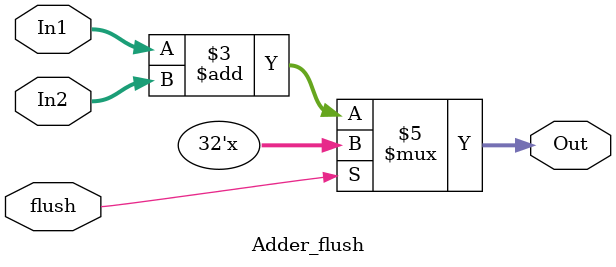
<source format=v>
module Adder_flush ( In1 , In2 , flush , Out ) ;

input flush ;
input [31:0] In1 , In2 ;
output reg [31:0] Out ;

always @ (In1 or In2)
begin

if(flush==1)
Out <= Out ;

else 
Out <= In1 + In2 ;
end
endmodule

</source>
